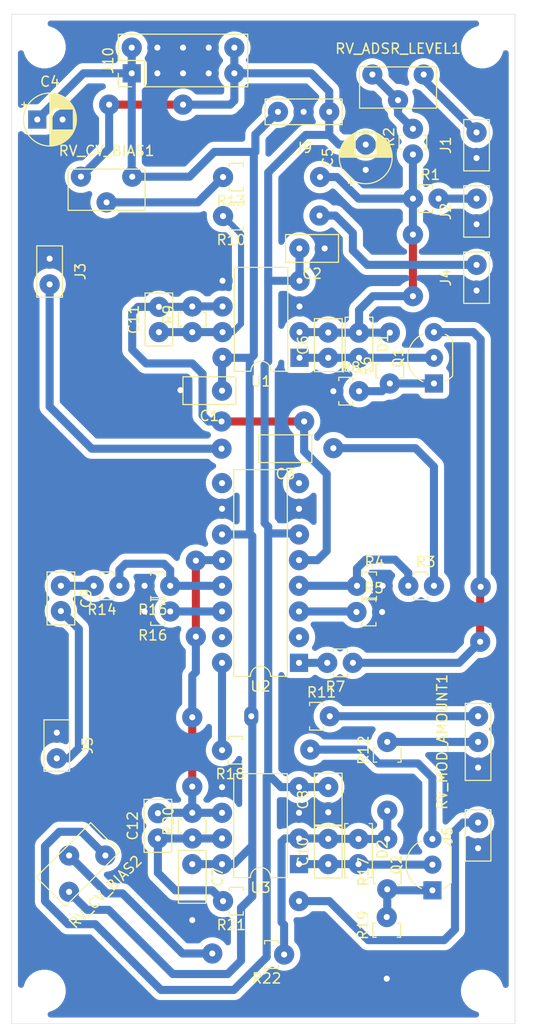
<source format=kicad_pcb>
(kicad_pcb (version 20171130) (host pcbnew "(5.1.7-0-10_14)")
  (layers (0 F.Cu signal) (31 B.Cu signal) (34 B.Paste user) (35 F.Paste user) (36 B.SilkS user) (37 F.SilkS user hide) (38 B.Mask user) (39 F.Mask user) (44 Edge.Cuts user))
  (net 0 "")
  (net 1 GND)
  (net 2 +12V)
  (net 3 -12V)
  (net 4 "Net-(C3-Pad1)")
  (net 5 "Net-(C3-Pad2)")
  (net 6 "Net-(C6-Pad2)")
  (net 7 "Net-(C6-Pad1)")
  (net 8 "Net-(C9-Pad1)")
  (net 9 "Net-(C9-Pad2)")
  (net 10 "Net-(C10-Pad2)")
  (net 11 "Net-(C10-Pad1)")
  (net 12 "Net-(C11-Pad2)")
  (net 13 "Net-(C11-Pad1)")
  (net 14 "Net-(C12-Pad1)")
  (net 15 "Net-(C12-Pad2)")
  (net 16 "Net-(J1-Pad1)")
  (net 17 "Net-(J2-Pad1)")
  (net 18 "Net-(J4-Pad1)")
  (net 19 "Net-(J6-Pad1)")
  (net 20 "Net-(Q1-Pad1)")
  (net 21 "Net-(Q1-Pad3)")
  (net 22 "Net-(Q2-Pad3)")
  (net 23 "Net-(Q2-Pad1)")
  (net 24 "Net-(R2-Pad2)")
  (net 25 "Net-(R3-Pad1)")
  (net 26 "Net-(R5-Pad1)")
  (net 27 "Net-(R7-Pad2)")
  (net 28 "Net-(R11-Pad2)")
  (net 29 "Net-(R12-Pad2)")
  (net 30 "Net-(R13-Pad2)")
  (net 31 "Net-(R14-Pad1)")
  (net 32 "Net-(R16-Pad1)")
  (net 33 "Net-(R18-Pad2)")
  (net 34 "Net-(U2-Pad8)")
  (net 35 "Net-(U2-Pad15)")
  (net 36 "Net-(U2-Pad2)")
  (net 37 "Net-(U2-Pad9)")
  (net 38 "Net-(R22-Pad2)")
  (module MountingHole:MountingHole_3mm (layer F.Cu) (at 154.6352 138.2776)
    (fp_text reference REF** hide)
    (fp_text value MountingHole_3mm hide)
    (pad 1 np_thru_hole circle (at 0 0) (size 3 3) (drill 3) (layers *.Cu *.Mask))
  )
  (module MountingHole:MountingHole_3mm (layer F.Cu) (at 111.3028 138.2776)
    (fp_text reference REF** hide)
    (fp_text value MountingHole_3mm hide)
    (pad 1 np_thru_hole circle (at 0 0) (size 3 3) (drill 3) (layers *.Cu *.Mask))
  )
  (module MountingHole:MountingHole_3mm (layer F.Cu) (at 154.6352 44.9072)
    (fp_text reference REF** hide)
    (fp_text value MountingHole_3mm hide)
    (pad 1 np_thru_hole circle (at 0 0) (size 3 3) (drill 3) (layers *.Cu *.Mask))
  )
  (module MountingHole:MountingHole_3mm (layer F.Cu) (at 111.3028 44.9072)
    (fp_text reference REF** hide)
    (fp_text value MountingHole_3mm hide)
    (pad 1 np_thru_hole circle (at 0 0) (size 3 3) (drill 3) (layers *.Cu *.Mask))
  )
  (module Zimo_Manual_PCB:C_Disc_D5.0mm_W2.5mm_P2.50mm (layer F.Cu) (at 128.8796 78.8924 180)
    (fp_text reference C1 (at 1.25 -2.5) (layer F.SilkS))
    (fp_text value 100n)
    (pad 2 thru_hole circle (at 4.1148 0.0508 180) (size 2 2) (drill 0.6) (layers *.Cu *.Mask) (net 1 GND))
    (pad 1 thru_hole circle (at 0 0 180) (size 2 2) (drill 0.6) (layers *.Cu *.Mask) (net 2 +12V))
  )
  (module Zimo_Manual_PCB:C_Disc_D5.0mm_W2.5mm_P2.50mm (layer F.Cu) (at 139.0396 64.8208 180)
    (fp_text reference C2 (at 1.25 -2.5) (layer F.SilkS))
    (fp_text value 100n)
    (pad 1 thru_hole circle (at 0 0 180) (size 2 2) (drill 0.6) (layers *.Cu *.Mask) (net 1 GND))
    (pad 2 thru_hole circle (at 2.5 0 180) (size 2 2) (drill 0.6) (layers *.Cu *.Mask) (net 3 -12V))
  )
  (module Zimo_Manual_PCB:C_Disc_D5.0mm_W2.5mm_P2.50mm (layer F.Cu) (at 136.398 84.6328 180)
    (fp_text reference C3 (at 1.25 -2.5) (layer F.SilkS))
    (fp_text value 470n)
    (pad 1 thru_hole circle (at -3.5052 0.0508 180) (size 2 2) (drill 0.6) (layers *.Cu *.Mask) (net 4 "Net-(C3-Pad1)"))
    (pad 2 thru_hole circle (at 7.5692 0 180) (size 2 2) (drill 0.6) (layers *.Cu *.Mask) (net 5 "Net-(C3-Pad2)"))
  )
  (module Zimo_Manual_PCB:CP_Radial_D5.0mm_P2.50mm (layer F.Cu) (at 110.5916 52.07)
    (fp_text reference C4 (at 1.25 -3.75) (layer F.SilkS))
    (fp_text value 10u)
    (pad 1 thru_hole rect (at 0 0) (size 1.8 1.8) (drill 0.6) (layers *.Cu *.Mask) (net 2 +12V))
    (pad 2 thru_hole circle (at 2.5 0) (size 2 2) (drill 0.6) (layers *.Cu *.Mask) (net 1 GND))
  )
  (module Zimo_Manual_PCB:CP_Radial_D5.0mm_P2.50mm (layer F.Cu) (at 143.1036 57.0484 90)
    (fp_text reference C5 (at 1.25 -3.75 90) (layer F.SilkS))
    (fp_text value 10u)
    (pad 2 thru_hole circle (at 2.5 0 90) (size 2 2) (drill 0.6) (layers *.Cu *.Mask) (net 3 -12V))
    (pad 1 thru_hole rect (at 0 0 90) (size 1.8 1.8) (drill 0.6) (layers *.Cu *.Mask) (net 1 GND))
  )
  (module Zimo_Manual_PCB:C_Disc_D5.0mm_W2.5mm_P2.50mm (layer F.Cu) (at 139.3952 75.6412 90)
    (fp_text reference C6 (at 1.25 -2.5 90) (layer F.SilkS))
    (fp_text value 1n)
    (pad 2 thru_hole circle (at 2.5 0 90) (size 2 2) (drill 0.6) (layers *.Cu *.Mask) (net 6 "Net-(C6-Pad2)"))
    (pad 1 thru_hole circle (at 0 0 90) (size 2 2) (drill 0.6) (layers *.Cu *.Mask) (net 7 "Net-(C6-Pad1)"))
  )
  (module Zimo_Manual_PCB:C_Disc_D5.0mm_W2.5mm_P2.50mm (layer F.Cu) (at 125.9332 125.73 270)
    (fp_text reference C7 (at 1.25 -2.5 90) (layer F.SilkS))
    (fp_text value 100n)
    (pad 2 thru_hole circle (at 5.5372 0 270) (size 2 2) (drill 0.6) (layers *.Cu *.Mask) (net 1 GND))
    (pad 1 thru_hole circle (at 0 0 270) (size 2 2) (drill 0.6) (layers *.Cu *.Mask) (net 2 +12V))
  )
  (module Zimo_Manual_PCB:C_Disc_D5.0mm_W2.5mm_P2.50mm (layer F.Cu) (at 139.3952 120.5992 90)
    (fp_text reference C8 (at 1.25 -2.5 90) (layer F.SilkS))
    (fp_text value 100n)
    (pad 1 thru_hole circle (at 0 0 90) (size 2 2) (drill 0.6) (layers *.Cu *.Mask) (net 1 GND))
    (pad 2 thru_hole circle (at 2.5 0 90) (size 2 2) (drill 0.6) (layers *.Cu *.Mask) (net 3 -12V))
  )
  (module Zimo_Manual_PCB:C_Disc_D5.0mm_W2.5mm_P2.50mm (layer F.Cu) (at 112.9284 98.1964 270)
    (fp_text reference C9 (at 1.25 -2.5 90) (layer F.SilkS))
    (fp_text value 470n)
    (pad 1 thru_hole circle (at 0 0 270) (size 2 2) (drill 0.6) (layers *.Cu *.Mask) (net 8 "Net-(C9-Pad1)"))
    (pad 2 thru_hole circle (at 2.5 0 270) (size 2 2) (drill 0.6) (layers *.Cu *.Mask) (net 9 "Net-(C9-Pad2)"))
  )
  (module Zimo_Manual_PCB:C_Disc_D5.0mm_W2.5mm_P2.50mm (layer F.Cu) (at 139.3952 125.73 90)
    (fp_text reference C10 (at 1.25 -2.5 90) (layer F.SilkS))
    (fp_text value 1n)
    (pad 2 thru_hole circle (at 2.5 0 90) (size 2 2) (drill 0.6) (layers *.Cu *.Mask) (net 10 "Net-(C10-Pad2)"))
    (pad 1 thru_hole circle (at 0 0 90) (size 2 2) (drill 0.6) (layers *.Cu *.Mask) (net 11 "Net-(C10-Pad1)"))
  )
  (module Zimo_Manual_PCB:C_Disc_D5.0mm_W2.5mm_P2.50mm (layer F.Cu) (at 122.6312 73.1012 90)
    (fp_text reference C11 (at 1.25 -2.5 90) (layer F.SilkS))
    (fp_text value 47p)
    (pad 2 thru_hole circle (at 2.5 0 90) (size 2 2) (drill 0.6) (layers *.Cu *.Mask) (net 12 "Net-(C11-Pad2)"))
    (pad 1 thru_hole circle (at 0 0 90) (size 2 2) (drill 0.6) (layers *.Cu *.Mask) (net 13 "Net-(C11-Pad1)"))
  )
  (module Zimo_Manual_PCB:C_Disc_D5.0mm_W2.5mm_P2.50mm (layer F.Cu) (at 122.5296 123.19 90)
    (fp_text reference C12 (at 1.25 -2.5 90) (layer F.SilkS))
    (fp_text value 47p)
    (pad 1 thru_hole circle (at 0 0 90) (size 2 2) (drill 0.6) (layers *.Cu *.Mask) (net 14 "Net-(C12-Pad1)"))
    (pad 2 thru_hole circle (at 2.5 0 90) (size 2 2) (drill 0.6) (layers *.Cu *.Mask) (net 15 "Net-(C12-Pad2)"))
  )
  (module Zimo_Manual_PCB:D_Axial-Vertical (layer F.Cu) (at 142.4432 73.152 270)
    (fp_text reference D1 (at 1.016 -2.37 90) (layer F.SilkS))
    (fp_text value 1N4148)
    (pad 1 thru_hole circle (at 0 0 270) (size 2 2) (drill 0.6) (layers *.Cu *.Mask) (net 6 "Net-(C6-Pad2)"))
    (pad 2 thru_hole oval (at 2.4892 0 270) (size 2 2) (drill 0.6) (layers *.Cu *.Mask) (net 7 "Net-(C6-Pad1)"))
  )
  (module Zimo_Manual_PCB:D_Axial-Vertical (layer F.Cu) (at 142.3924 123.2408 270)
    (fp_text reference D2 (at 1.016 -2.37 90) (layer F.SilkS))
    (fp_text value 1N4148)
    (pad 2 thru_hole oval (at 2.4892 0 270) (size 2 2) (drill 0.6) (layers *.Cu *.Mask) (net 11 "Net-(C10-Pad1)"))
    (pad 1 thru_hole circle (at 0 0 270) (size 2 2) (drill 0.6) (layers *.Cu *.Mask) (net 10 "Net-(C10-Pad2)"))
  )
  (module Zimo_Manual_PCB:NSL25_01x02_Vertical (layer F.Cu) (at 154.0764 53.34 270)
    (fp_text reference J1 (at 1.27 3.048 90) (layer F.SilkS))
    (fp_text value ADSR_CV)
    (pad 2 thru_hole circle (at 2.54 0 270) (size 2 2) (drill 0.6) (layers *.Cu *.Mask) (net 1 GND))
    (pad 1 thru_hole circle (at 0 0 270) (size 2 2) (drill 0.6) (layers *.Cu *.Mask) (net 16 "Net-(J1-Pad1)"))
  )
  (module Zimo_Manual_PCB:NSL25_01x02_Vertical (layer F.Cu) (at 154.0764 59.8932 270)
    (fp_text reference J2 (at 1.27 3.048 90) (layer F.SilkS))
    (fp_text value MOD_MATRIX_CV)
    (pad 1 thru_hole circle (at 0 0 270) (size 2 2) (drill 0.6) (layers *.Cu *.Mask) (net 17 "Net-(J2-Pad1)"))
    (pad 2 thru_hole circle (at 2.54 0 270) (size 2 2) (drill 0.6) (layers *.Cu *.Mask) (net 1 GND))
  )
  (module Zimo_Manual_PCB:NSL25_01x02_Vertical (layer F.Cu) (at 111.8108 68.3768 90)
    (fp_text reference J3 (at 1.27 3.048 90) (layer F.SilkS))
    (fp_text value INPUT)
    (pad 2 thru_hole circle (at 2.54 0 90) (size 2 2) (drill 0.6) (layers *.Cu *.Mask) (net 1 GND))
    (pad 1 thru_hole circle (at 0 0 90) (size 2 2) (drill 0.6) (layers *.Cu *.Mask) (net 5 "Net-(C3-Pad2)"))
  )
  (module Zimo_Manual_PCB:NSL25_01x02_Vertical (layer F.Cu) (at 154.0764 66.4464 270)
    (fp_text reference J4 (at 1.27 3.048 90) (layer F.SilkS))
    (fp_text value OUTPUT)
    (pad 1 thru_hole circle (at 0 0 270) (size 2 2) (drill 0.6) (layers *.Cu *.Mask) (net 18 "Net-(J4-Pad1)"))
    (pad 2 thru_hole circle (at 2.54 0 270) (size 2 2) (drill 0.6) (layers *.Cu *.Mask) (net 1 GND))
  )
  (module Zimo_Manual_PCB:NSL25_01x02_Vertical (layer F.Cu) (at 112.522 115.2652 90)
    (fp_text reference J5 (at 1.27 3.048 90) (layer F.SilkS))
    (fp_text value INPUT)
    (pad 1 thru_hole circle (at 0 0 90) (size 2 2) (drill 0.6) (layers *.Cu *.Mask) (net 9 "Net-(C9-Pad2)"))
    (pad 2 thru_hole circle (at 2.54 0 90) (size 2 2) (drill 0.6) (layers *.Cu *.Mask) (net 1 GND))
  )
  (module Zimo_Manual_PCB:NSL25_01x02_Vertical (layer F.Cu) (at 154.2288 121.6152 270)
    (fp_text reference J6 (at 1.27 3.048 90) (layer F.SilkS))
    (fp_text value OUTPUT)
    (pad 2 thru_hole circle (at 2.54 0 270) (size 2 2) (drill 0.6) (layers *.Cu *.Mask) (net 1 GND))
    (pad 1 thru_hole circle (at 0 0 270) (size 2 2) (drill 0.6) (layers *.Cu *.Mask) (net 19 "Net-(J6-Pad1)"))
  )
  (module Zimo_Manual_PCB:NSL25_01x03_Vertical (layer F.Cu) (at 134.4168 51.308)
    (fp_text reference J9 (at 2.54 3.556) (layer F.SilkS))
    (fp_text value "Custom Power")
    (pad 1 thru_hole circle (at 0 0) (size 2 2) (drill 0.6) (layers *.Cu *.Mask) (net 2 +12V))
    (pad 2 thru_hole circle (at 2.54 0) (size 2 2) (drill 0.6) (layers *.Cu *.Mask) (net 1 GND))
    (pad 3 thru_hole circle (at 5.08 0) (size 2 2) (drill 0.6) (layers *.Cu *.Mask) (net 3 -12V))
  )
  (module Zimo_Manual_PCB:Eurorack_Power_Supply (layer F.Cu) (at 119.9388 47.498 90)
    (fp_text reference J10 (at 1.27 -2.33 90) (layer F.SilkS))
    (fp_text value "Eurorack Power")
    (pad 10 thru_hole oval (at 2.54 10.16 90) (size 2 2) (drill 0.6) (layers *.Cu *.Mask) (net 3 -12V))
    (pad 9 thru_hole oval (at 0 10.16 90) (size 2 2) (drill 0.6) (layers *.Cu *.Mask) (net 3 -12V))
    (pad 8 thru_hole oval (at 2.54 7.62 90) (size 2 2) (drill 0.6) (layers *.Cu *.Mask) (net 1 GND))
    (pad 7 thru_hole oval (at 0 7.62 90) (size 2 2) (drill 0.6) (layers *.Cu *.Mask) (net 1 GND))
    (pad 6 thru_hole oval (at 2.54 5.08 90) (size 2 2) (drill 0.6) (layers *.Cu *.Mask) (net 1 GND))
    (pad 5 thru_hole oval (at 0 5.08 90) (size 2 2) (drill 0.6) (layers *.Cu *.Mask) (net 1 GND))
    (pad 4 thru_hole oval (at 2.54 2.54 90) (size 2 2) (drill 0.6) (layers *.Cu *.Mask) (net 1 GND))
    (pad 3 thru_hole oval (at 0 2.54 90) (size 2 2) (drill 0.6) (layers *.Cu *.Mask) (net 1 GND))
    (pad 2 thru_hole oval (at 2.54 0 90) (size 2 2) (drill 0.6) (layers *.Cu *.Mask) (net 2 +12V))
    (pad 1 thru_hole rect (at 0 0 90) (size 1.8 1.8) (drill 0.6) (layers *.Cu *.Mask) (net 2 +12V))
  )
  (module Zimo_Manual_PCB:R_Axial_Vertical (layer F.Cu) (at 147.7772 59.8932)
    (fp_text reference R1 (at 1.7272 -2.3622) (layer F.SilkS))
    (fp_text value 240k)
    (pad 1 thru_hole circle (at 0 0) (size 2 2) (drill 0.6) (layers *.Cu *.Mask) (net 6 "Net-(C6-Pad2)"))
    (pad 2 thru_hole oval (at 2.54 0) (size 2 2) (drill 0.6) (layers *.Cu *.Mask) (net 17 "Net-(J2-Pad1)"))
  )
  (module Zimo_Manual_PCB:R_Axial_Vertical (layer F.Cu) (at 147.7772 55.5244 90)
    (fp_text reference R2 (at 1.7272 -2.3622 90) (layer F.SilkS))
    (fp_text value 330k)
    (pad 2 thru_hole oval (at 2.54 0 90) (size 2 2) (drill 0.6) (layers *.Cu *.Mask) (net 24 "Net-(R2-Pad2)"))
    (pad 1 thru_hole circle (at 0 0 90) (size 2 2) (drill 0.6) (layers *.Cu *.Mask) (net 6 "Net-(C6-Pad2)"))
  )
  (module Zimo_Manual_PCB:R_Axial_Vertical (layer F.Cu) (at 147.32 98.1964)
    (fp_text reference R3 (at 1.7272 -2.3622) (layer F.SilkS))
    (fp_text value 100k)
    (pad 2 thru_hole oval (at 2.54 0) (size 2 2) (drill 0.6) (layers *.Cu *.Mask) (net 4 "Net-(C3-Pad1)"))
    (pad 1 thru_hole circle (at 0 0) (size 2 2) (drill 0.6) (layers *.Cu *.Mask) (net 25 "Net-(R3-Pad1)"))
  )
  (module Zimo_Manual_PCB:R_Axial_Vertical (layer F.Cu) (at 142.24 98.1964)
    (fp_text reference R4 (at 1.7272 -2.3622) (layer F.SilkS))
    (fp_text value 620)
    (pad 1 thru_hole circle (at 0 0) (size 2 2) (drill 0.6) (layers *.Cu *.Mask) (net 25 "Net-(R3-Pad1)"))
    (pad 2 thru_hole oval (at 2.54 0) (size 2 2) (drill 0.6) (layers *.Cu *.Mask) (net 1 GND))
  )
  (module Zimo_Manual_PCB:R_Axial_Vertical (layer F.Cu) (at 142.1892 100.7872)
    (fp_text reference R5 (at 1.7272 -2.3622) (layer F.SilkS))
    (fp_text value 620)
    (pad 2 thru_hole oval (at 2.54 0) (size 2 2) (drill 0.6) (layers *.Cu *.Mask) (net 1 GND))
    (pad 1 thru_hole circle (at 0 0) (size 2 2) (drill 0.6) (layers *.Cu *.Mask) (net 26 "Net-(R5-Pad1)"))
  )
  (module Zimo_Manual_PCB:R_Axial_Vertical (layer F.Cu) (at 145.4912 78.1812 90)
    (fp_text reference R6 (at 1.7272 -2.3622 90) (layer F.SilkS))
    (fp_text value 33k)
    (pad 2 thru_hole oval (at 5.0292 0 90) (size 2 2) (drill 0.6) (layers *.Cu *.Mask) (net 6 "Net-(C6-Pad2)"))
    (pad 1 thru_hole circle (at 0 0 90) (size 2 2) (drill 0.6) (layers *.Cu *.Mask) (net 20 "Net-(Q1-Pad1)"))
  )
  (module Zimo_Manual_PCB:R_Axial_Vertical (layer F.Cu) (at 141.8336 105.8164 180)
    (fp_text reference R7 (at 1.7272 -2.3622) (layer F.SilkS))
    (fp_text value 6.8k)
    (pad 2 thru_hole oval (at 2.54 0 180) (size 2 2) (drill 0.6) (layers *.Cu *.Mask) (net 27 "Net-(R7-Pad2)"))
    (pad 1 thru_hole circle (at 0 0 180) (size 2 2) (drill 0.6) (layers *.Cu *.Mask) (net 21 "Net-(Q1-Pad3)"))
  )
  (module Zimo_Manual_PCB:R_Axial_Vertical (layer F.Cu) (at 139.9032 78.9432)
    (fp_text reference R8 (at 1.7272 -2.3622) (layer F.SilkS))
    (fp_text value 1k)
    (pad 1 thru_hole circle (at 0 0) (size 2 2) (drill 0.6) (layers *.Cu *.Mask) (net 1 GND))
    (pad 2 thru_hole oval (at 2.54 0) (size 2 2) (drill 0.6) (layers *.Cu *.Mask) (net 20 "Net-(Q1-Pad1)"))
  )
  (module Zimo_Manual_PCB:R_Axial_Vertical (layer F.Cu) (at 125.9332 73.1012 90)
    (fp_text reference R9 (at 1.7272 -2.3622 90) (layer F.SilkS))
    (fp_text value 33k)
    (pad 1 thru_hole circle (at 0 0 90) (size 2 2) (drill 0.6) (layers *.Cu *.Mask) (net 13 "Net-(C11-Pad1)"))
    (pad 2 thru_hole oval (at 2.54 0 90) (size 2 2) (drill 0.6) (layers *.Cu *.Mask) (net 12 "Net-(C11-Pad2)"))
  )
  (module Zimo_Manual_PCB:R_Axial_Vertical (layer F.Cu) (at 131.5212 61.6204 180)
    (fp_text reference R10 (at 1.7272 -2.3622) (layer F.SilkS))
    (fp_text value 1k)
    (pad 2 thru_hole oval (at 2.54 0 180) (size 2 2) (drill 0.6) (layers *.Cu *.Mask) (net 13 "Net-(C11-Pad1)"))
    (pad 1 thru_hole circle (at -7.0104 0.0508 180) (size 2 2) (drill 0.6) (layers *.Cu *.Mask) (net 18 "Net-(J4-Pad1)"))
  )
  (module Zimo_Manual_PCB:R_Axial_Vertical (layer F.Cu) (at 137.0076 111.0996)
    (fp_text reference R11 (at 1.7272 -2.3622) (layer F.SilkS))
    (fp_text value 15k)
    (pad 2 thru_hole oval (at 2.54 0) (size 2 2) (drill 0.6) (layers *.Cu *.Mask) (net 28 "Net-(R11-Pad2)"))
    (pad 1 thru_hole oval (at -5.2324 0) (size 1.4 2) (drill 0.6) (layers *.Cu *.Mask) (net 2 +12V))
  )
  (module Zimo_Manual_PCB:R_Axial_Vertical (layer F.Cu) (at 145.2372 116.1796 90)
    (fp_text reference R12 (at 1.7272 -2.3622 90) (layer F.SilkS))
    (fp_text value 240k)
    (pad 1 thru_hole circle (at -4.2672 0 90) (size 2 2) (drill 0.6) (layers *.Cu *.Mask) (net 10 "Net-(C10-Pad2)"))
    (pad 2 thru_hole oval (at 2.54 0 90) (size 2 2) (drill 0.6) (layers *.Cu *.Mask) (net 29 "Net-(R12-Pad2)"))
  )
  (module Zimo_Manual_PCB:R_Axial_Vertical (layer F.Cu) (at 131.5212 57.7596 180)
    (fp_text reference R13 (at 1.7272 -2.3622) (layer F.SilkS))
    (fp_text value 680k)
    (pad 1 thru_hole circle (at -7.0612 0 180) (size 2 2) (drill 0.6) (layers *.Cu *.Mask) (net 6 "Net-(C6-Pad2)"))
    (pad 2 thru_hole oval (at 2.54 0 180) (size 2 2) (drill 0.6) (layers *.Cu *.Mask) (net 30 "Net-(R13-Pad2)"))
  )
  (module Zimo_Manual_PCB:R_Axial_Vertical (layer F.Cu) (at 118.7196 98.1964 180)
    (fp_text reference R14 (at 1.7272 -2.3622) (layer F.SilkS))
    (fp_text value 100k)
    (pad 1 thru_hole circle (at 0 0 180) (size 2 2) (drill 0.6) (layers *.Cu *.Mask) (net 31 "Net-(R14-Pad1)"))
    (pad 2 thru_hole oval (at 2.54 0 180) (size 2 2) (drill 0.6) (layers *.Cu *.Mask) (net 8 "Net-(C9-Pad1)"))
  )
  (module Zimo_Manual_PCB:R_Axial_Vertical (layer F.Cu) (at 123.7488 98.1964 180)
    (fp_text reference R15 (at 1.7272 -2.3622) (layer F.SilkS))
    (fp_text value 620)
    (pad 2 thru_hole oval (at 2.54 0 180) (size 2 2) (drill 0.6) (layers *.Cu *.Mask) (net 1 GND))
    (pad 1 thru_hole circle (at 0 0 180) (size 2 2) (drill 0.6) (layers *.Cu *.Mask) (net 31 "Net-(R14-Pad1)"))
  )
  (module Zimo_Manual_PCB:R_Axial_Vertical (layer F.Cu) (at 123.7488 100.7364 180)
    (fp_text reference R16 (at 1.7272 -2.3622) (layer F.SilkS))
    (fp_text value 620)
    (pad 1 thru_hole circle (at 0 0 180) (size 2 2) (drill 0.6) (layers *.Cu *.Mask) (net 32 "Net-(R16-Pad1)"))
    (pad 2 thru_hole oval (at 2.54 0 180) (size 2 2) (drill 0.6) (layers *.Cu *.Mask) (net 1 GND))
  )
  (module Zimo_Manual_PCB:R_Axial_Vertical (layer F.Cu) (at 145.2372 128.2192 90)
    (fp_text reference R17 (at 1.7272 -2.3622 90) (layer F.SilkS))
    (fp_text value 33k)
    (pad 2 thru_hole oval (at 4.9784 0 90) (size 2 2) (drill 0.6) (layers *.Cu *.Mask) (net 10 "Net-(C10-Pad2)"))
    (pad 1 thru_hole circle (at 0 0 90) (size 2 2) (drill 0.6) (layers *.Cu *.Mask) (net 23 "Net-(Q2-Pad1)"))
  )
  (module Zimo_Manual_PCB:R_Axial_Vertical (layer F.Cu) (at 131.4196 114.4524 180)
    (fp_text reference R18 (at 1.7272 -2.3622) (layer F.SilkS))
    (fp_text value 6.8k)
    (pad 2 thru_hole oval (at 2.54 0 180) (size 2 2) (drill 0.6) (layers *.Cu *.Mask) (net 33 "Net-(R18-Pad2)"))
    (pad 1 thru_hole circle (at -6.1976 0.0508 180) (size 2 2) (drill 0.6) (layers *.Cu *.Mask) (net 22 "Net-(Q2-Pad3)"))
  )
  (module Zimo_Manual_PCB:R_Axial_Vertical (layer F.Cu) (at 145.1864 133.5024 90)
    (fp_text reference R19 (at 1.7272 -2.3622 90) (layer F.SilkS))
    (fp_text value 1k)
    (pad 1 thru_hole circle (at -3.556 0 90) (size 2 2) (drill 0.6) (layers *.Cu *.Mask) (net 1 GND))
    (pad 2 thru_hole oval (at 2.54 0 90) (size 2 2) (drill 0.6) (layers *.Cu *.Mask) (net 23 "Net-(Q2-Pad1)"))
  )
  (module Zimo_Manual_PCB:R_Axial_Vertical (layer F.Cu) (at 125.9332 123.19 90)
    (fp_text reference R20 (at 1.7272 -2.3622 90) (layer F.SilkS))
    (fp_text value 33k)
    (pad 2 thru_hole oval (at 2.54 0 90) (size 2 2) (drill 0.6) (layers *.Cu *.Mask) (net 15 "Net-(C12-Pad2)"))
    (pad 1 thru_hole circle (at 0 0 90) (size 2 2) (drill 0.6) (layers *.Cu *.Mask) (net 14 "Net-(C12-Pad1)"))
  )
  (module Zimo_Manual_PCB:R_Axial_Vertical (layer F.Cu) (at 131.5212 129.3876 180)
    (fp_text reference R21 (at 1.7272 -2.3622) (layer F.SilkS))
    (fp_text value 1k)
    (pad 1 thru_hole circle (at -4.9784 0 180) (size 2 2) (drill 0.6) (layers *.Cu *.Mask) (net 19 "Net-(J6-Pad1)"))
    (pad 2 thru_hole oval (at 2.54 0 180) (size 2 2) (drill 0.6) (layers *.Cu *.Mask) (net 14 "Net-(C12-Pad1)"))
  )
  (module Zimo_Manual_PCB:TrimPot_Vertical (layer F.Cu) (at 148.844 48.6156 180)
    (fp_text reference RV_ADSR_LEVEL1 (at 2.54 3.556) (layer F.SilkS))
    (fp_text value 100k)
    (pad 3 thru_hole circle (at 5.08 1 180) (size 2 2) (drill 0.6) (layers *.Cu *.Mask) (net 24 "Net-(R2-Pad2)"))
    (pad 2 thru_hole circle (at 2.54 -1.54 180) (size 2 2) (drill 0.6) (layers *.Cu *.Mask) (net 24 "Net-(R2-Pad2)"))
    (pad 1 thru_hole circle (at 0 1 180) (size 2 2) (drill 0.6) (layers *.Cu *.Mask) (net 16 "Net-(J1-Pad1)"))
  )
  (module Zimo_Manual_PCB:TrimPot_Vertical (layer F.Cu) (at 119.9896 58.7248 180)
    (fp_text reference RV_CV_BIAS1 (at 2.54 3.556) (layer F.SilkS))
    (fp_text value 10k)
    (pad 1 thru_hole circle (at 0 1 180) (size 2 2) (drill 0.6) (layers *.Cu *.Mask) (net 2 +12V))
    (pad 2 thru_hole circle (at 2.54 -1.54 180) (size 2 2) (drill 0.6) (layers *.Cu *.Mask) (net 30 "Net-(R13-Pad2)"))
    (pad 3 thru_hole circle (at 5.08 1 180) (size 2 2) (drill 0.6) (layers *.Cu *.Mask) (net 3 -12V))
  )
  (module Zimo_Manual_PCB:DIP-8_W7.62mm (layer F.Cu) (at 136.5504 75.6412 180)
    (fp_text reference U1 (at 3.81 -2.33) (layer F.SilkS))
    (fp_text value TL072)
    (pad 1 thru_hole rect (at 0 0 180) (size 1.8 1.8) (drill 0.6) (layers *.Cu *.Mask) (net 7 "Net-(C6-Pad1)"))
    (pad 5 thru_hole oval (at 7.62 7.62 180) (size 2 2) (drill 0.6) (layers *.Cu *.Mask) (net 1 GND))
    (pad 2 thru_hole oval (at 0 2.54 180) (size 2 2) (drill 0.6) (layers *.Cu *.Mask) (net 6 "Net-(C6-Pad2)"))
    (pad 6 thru_hole oval (at 7.62 5.08 180) (size 2 2) (drill 0.6) (layers *.Cu *.Mask) (net 12 "Net-(C11-Pad2)"))
    (pad 3 thru_hole oval (at 0 5.08 180) (size 2 2) (drill 0.6) (layers *.Cu *.Mask) (net 1 GND))
    (pad 7 thru_hole oval (at 7.62 2.54 180) (size 2 2) (drill 0.6) (layers *.Cu *.Mask) (net 13 "Net-(C11-Pad1)"))
    (pad 4 thru_hole oval (at 0 7.62 180) (size 2 2) (drill 0.6) (layers *.Cu *.Mask) (net 3 -12V))
    (pad 8 thru_hole oval (at 7.62 0 180) (size 2 2) (drill 0.6) (layers *.Cu *.Mask) (net 2 +12V))
  )
  (module Zimo_Manual_PCB:DIP-16_W7.62mm (layer F.Cu) (at 136.4996 105.8164 180)
    (fp_text reference U2 (at 3.81 -2.33) (layer F.SilkS))
    (fp_text value LM13700)
    (pad 16 thru_hole oval (at 7.62 0 180) (size 2 2) (drill 0.6) (layers *.Cu *.Mask) (net 33 "Net-(R18-Pad2)"))
    (pad 8 thru_hole oval (at 0 17.78 180) (size 2 2) (drill 0.6) (layers *.Cu *.Mask) (net 34 "Net-(U2-Pad8)"))
    (pad 15 thru_hole oval (at 7.62 2.54 180) (size 2 2) (drill 0.6) (layers *.Cu *.Mask) (net 35 "Net-(U2-Pad15)"))
    (pad 7 thru_hole oval (at 0 15.24 180) (size 2 2) (drill 0.6) (layers *.Cu *.Mask) (net 1 GND))
    (pad 14 thru_hole oval (at 7.62 5.08 180) (size 2 2) (drill 0.6) (layers *.Cu *.Mask) (net 32 "Net-(R16-Pad1)"))
    (pad 6 thru_hole oval (at 0 12.7 180) (size 2 2) (drill 0.6) (layers *.Cu *.Mask) (net 3 -12V))
    (pad 13 thru_hole oval (at 7.62 7.62 180) (size 2 2) (drill 0.6) (layers *.Cu *.Mask) (net 31 "Net-(R14-Pad1)"))
    (pad 5 thru_hole oval (at 0 10.16 180) (size 2 2) (drill 0.6) (layers *.Cu *.Mask) (net 12 "Net-(C11-Pad2)"))
    (pad 12 thru_hole oval (at 7.62 10.16 180) (size 2 2) (drill 0.6) (layers *.Cu *.Mask) (net 15 "Net-(C12-Pad2)"))
    (pad 4 thru_hole oval (at 0 7.62 180) (size 2 2) (drill 0.6) (layers *.Cu *.Mask) (net 25 "Net-(R3-Pad1)"))
    (pad 11 thru_hole oval (at 7.62 12.7 180) (size 2 2) (drill 0.6) (layers *.Cu *.Mask) (net 2 +12V))
    (pad 3 thru_hole oval (at 0 5.08 180) (size 2 2) (drill 0.6) (layers *.Cu *.Mask) (net 26 "Net-(R5-Pad1)"))
    (pad 10 thru_hole oval (at 7.62 15.24 180) (size 2 2) (drill 0.6) (layers *.Cu *.Mask) (net 1 GND))
    (pad 2 thru_hole oval (at 0 2.54 180) (size 2 2) (drill 0.6) (layers *.Cu *.Mask) (net 36 "Net-(U2-Pad2)"))
    (pad 9 thru_hole oval (at 7.62 17.78 180) (size 2 2) (drill 0.6) (layers *.Cu *.Mask) (net 37 "Net-(U2-Pad9)"))
    (pad 1 thru_hole rect (at 0 0 180) (size 1.8 1.8) (drill 0.6) (layers *.Cu *.Mask) (net 27 "Net-(R7-Pad2)"))
  )
  (module Zimo_Manual_PCB:DIP-8_W7.62mm (layer F.Cu) (at 136.4996 125.73 180)
    (fp_text reference U3 (at 3.81 -2.33) (layer F.SilkS))
    (fp_text value TL072)
    (pad 8 thru_hole oval (at 7.62 0 180) (size 2 2) (drill 0.6) (layers *.Cu *.Mask) (net 2 +12V))
    (pad 4 thru_hole oval (at 0 7.62 180) (size 2 2) (drill 0.6) (layers *.Cu *.Mask) (net 3 -12V))
    (pad 7 thru_hole oval (at 7.62 2.54 180) (size 2 2) (drill 0.6) (layers *.Cu *.Mask) (net 14 "Net-(C12-Pad1)"))
    (pad 3 thru_hole oval (at 0 5.08 180) (size 2 2) (drill 0.6) (layers *.Cu *.Mask) (net 1 GND))
    (pad 6 thru_hole oval (at 7.62 5.08 180) (size 2 2) (drill 0.6) (layers *.Cu *.Mask) (net 15 "Net-(C12-Pad2)"))
    (pad 2 thru_hole oval (at 0 2.54 180) (size 2 2) (drill 0.6) (layers *.Cu *.Mask) (net 10 "Net-(C10-Pad2)"))
    (pad 5 thru_hole oval (at 7.62 7.62 180) (size 2 2) (drill 0.6) (layers *.Cu *.Mask) (net 1 GND))
    (pad 1 thru_hole rect (at 0 0 180) (size 1.8 1.8) (drill 0.6) (layers *.Cu *.Mask) (net 11 "Net-(C10-Pad1)"))
  )
  (module Zimo_Manual_PCB:NSL25_01x03_Vertical (layer F.Cu) (at 154.2288 111.0996 270)
    (fp_text reference RV_MOD_AMOUNT1 (at 2.54 3.556 90) (layer F.SilkS))
    (fp_text value 10k)
    (pad 1 thru_hole circle (at 0 0 270) (size 2 2) (drill 0.6) (layers *.Cu *.Mask) (net 28 "Net-(R11-Pad2)"))
    (pad 2 thru_hole circle (at 2.54 0 270) (size 2 2) (drill 0.6) (layers *.Cu *.Mask) (net 29 "Net-(R12-Pad2)"))
    (pad 3 thru_hole circle (at 5.08 0 270) (size 2 2) (drill 0.6) (layers *.Cu *.Mask) (net 1 GND))
  )
  (module Zimo_Manual_PCB:TO-92_Inline_Wide (layer F.Cu) (at 149.86 78.1812 90)
    (fp_text reference Q1 (at 2.54 -3.56 90) (layer F.SilkS))
    (fp_text value 2N3906)
    (pad 2 thru_hole circle (at 2.54 0 90) (size 1.8 1.8) (drill 0.6) (layers *.Cu *.Mask) (net 7 "Net-(C6-Pad1)"))
    (pad 3 thru_hole circle (at 5.08 0 90) (size 1.8 1.8) (drill 0.6) (layers *.Cu *.Mask) (net 21 "Net-(Q1-Pad3)"))
    (pad 1 thru_hole rect (at 0 0 90) (size 1.8 1.8) (drill 0.6) (layers *.Cu *.Mask) (net 20 "Net-(Q1-Pad1)"))
  )
  (module Zimo_Manual_PCB:TO-92_Inline_Wide (layer F.Cu) (at 149.7076 128.3208 90)
    (fp_text reference Q2 (at 2.54 -3.56 90) (layer F.SilkS))
    (fp_text value 2N3906)
    (pad 1 thru_hole rect (at 0 0 90) (size 1.8 1.8) (drill 0.6) (layers *.Cu *.Mask) (net 23 "Net-(Q2-Pad1)"))
    (pad 3 thru_hole circle (at 5.08 0 90) (size 1.8 1.8) (drill 0.6) (layers *.Cu *.Mask) (net 22 "Net-(Q2-Pad3)"))
    (pad 2 thru_hole circle (at 2.54 0 90) (size 1.8 1.8) (drill 0.6) (layers *.Cu *.Mask) (net 11 "Net-(C10-Pad1)"))
  )
  (module Zimo_Manual_PCB:R_Axial_Vertical (layer F.Cu) (at 135.0264 134.6708 180)
    (fp_text reference R22 (at 1.7272 -2.3622) (layer F.SilkS))
    (fp_text value 680k)
    (pad 2 thru_hole oval (at 7.112 0.1016 180) (size 2 2) (drill 0.6) (layers *.Cu *.Mask) (net 38 "Net-(R22-Pad2)"))
    (pad 1 thru_hole circle (at 0 0 180) (size 2 2) (drill 0.6) (layers *.Cu *.Mask) (net 10 "Net-(C10-Pad2)"))
  )
  (module Zimo_Manual_PCB:TrimPot_Vertical (layer F.Cu) (at 113.03 127.762 45)
    (fp_text reference RV_CV_BIAS2 (at 2.54 3.556 45) (layer F.SilkS))
    (fp_text value 10k)
    (pad 1 thru_hole circle (at 0 1 45) (size 2 2) (drill 0.6) (layers *.Cu *.Mask) (net 2 +12V))
    (pad 2 thru_hole circle (at 2.54 -1.54 45) (size 2 2) (drill 0.6) (layers *.Cu *.Mask) (net 38 "Net-(R22-Pad2)"))
    (pad 3 thru_hole circle (at 5.08 1 45) (size 2 2) (drill 0.6) (layers *.Cu *.Mask) (net 3 -12V))
  )
  (gr_line (start 108.0516 141.5288) (end 108.0516 41.656) (layer Edge.Cuts) (width 0.05))
  (gr_line (start 157.8864 141.5288) (end 108.0516 141.5288) (layer Edge.Cuts) (width 0.05))
  (gr_line (start 157.8864 41.656) (end 157.8864 141.5288) (layer Edge.Cuts) (width 0.05))
  (gr_line (start 108.0516 41.656) (end 157.8864 41.656) (layer Edge.Cuts) (width 0.05))
  (segment (start 121.2088 98.1964) (end 121.2088 100.7364) (width 0.8) (layer B.Cu) (net 1))
  (segment (start 119.9388 47.498) (end 119.9388 44.958) (width 0.8) (layer B.Cu) (net 2))
  (segment (start 115.1636 47.498) (end 119.9388 47.498) (width 0.8) (layer B.Cu) (net 2))
  (segment (start 110.5916 52.07) (end 115.1636 47.498) (width 0.8) (layer B.Cu) (net 2))
  (segment (start 132.6896 53.0352) (end 134.4168 51.308) (width 0.8) (layer B.Cu) (net 2))
  (segment (start 132.7912 52.9336) (end 132.1816 53.5432) (width 0.8) (layer B.Cu) (net 2))
  (segment (start 119.9388 57.674) (end 119.9896 57.7248) (width 0.8) (layer B.Cu) (net 2))
  (segment (start 119.9388 47.498) (end 119.9388 57.674) (width 0.8) (layer B.Cu) (net 2))
  (segment (start 119.9896 57.7248) (end 125.6632 57.7248) (width 0.8) (layer B.Cu) (net 2))
  (segment (start 128.1176 55.2704) (end 132.1816 55.2704) (width 0.8) (layer B.Cu) (net 2))
  (segment (start 125.6632 57.7248) (end 128.1176 55.2704) (width 0.8) (layer B.Cu) (net 2))
  (segment (start 132.1816 53.5432) (end 132.1816 55.2704) (width 0.8) (layer B.Cu) (net 2))
  (segment (start 128.8796 75.692) (end 128.9304 75.6412) (width 0.8) (layer B.Cu) (net 2))
  (segment (start 128.8796 78.8924) (end 128.8796 75.692) (width 0.8) (layer B.Cu) (net 2))
  (segment (start 131.7244 75.6412) (end 128.9304 75.6412) (width 0.8) (layer B.Cu) (net 2))
  (segment (start 132.0292 75.3364) (end 131.7244 75.6412) (width 0.8) (layer B.Cu) (net 2))
  (segment (start 132.0292 55.4228) (end 132.0292 75.3364) (width 0.8) (layer B.Cu) (net 2))
  (segment (start 132.1816 55.2704) (end 132.0292 55.4228) (width 0.8) (layer B.Cu) (net 2))
  (segment (start 131.6228 75.7936) (end 131.6228 92.8624) (width 0.8) (layer B.Cu) (net 2))
  (segment (start 132.0292 75.3872) (end 131.6228 75.7936) (width 0.8) (layer B.Cu) (net 2))
  (segment (start 128.8796 93.1164) (end 131.7244 93.1164) (width 0.8) (layer B.Cu) (net 2))
  (segment (start 131.8768 123.9012) (end 130.048 125.73) (width 0.8) (layer B.Cu) (net 2))
  (segment (start 130.048 125.73) (end 128.8796 125.73) (width 0.8) (layer B.Cu) (net 2))
  (segment (start 131.8768 93.2688) (end 131.8768 123.9012) (width 0.8) (layer B.Cu) (net 2))
  (segment (start 131.6228 93.0148) (end 131.8768 93.2688) (width 0.8) (layer B.Cu) (net 2))
  (segment (start 128.8796 125.73) (end 125.9332 125.73) (width 0.8) (layer B.Cu) (net 2))
  (segment (start 131.8768 128.9304) (end 131.8768 123.9012) (width 0.8) (layer B.Cu) (net 2))
  (segment (start 130.7592 130.048) (end 131.8768 128.9304) (width 0.8) (layer B.Cu) (net 2))
  (segment (start 130.7592 135.2804) (end 130.7592 130.048) (width 0.8) (layer B.Cu) (net 2))
  (segment (start 124.0028 136.6012) (end 129.4384 136.6012) (width 0.8) (layer B.Cu) (net 2))
  (segment (start 113.737107 128.469107) (end 115.5192 130.2512) (width 0.8) (layer B.Cu) (net 2))
  (segment (start 129.4384 136.6012) (end 130.7592 135.2804) (width 0.8) (layer B.Cu) (net 2))
  (segment (start 117.6528 130.2512) (end 124.0028 136.6012) (width 0.8) (layer B.Cu) (net 2))
  (segment (start 115.5192 130.2512) (end 117.6528 130.2512) (width 0.8) (layer B.Cu) (net 2))
  (segment (start 130.0988 44.958) (end 130.0988 47.498) (width 0.8) (layer B.Cu) (net 3))
  (segment (start 130.0988 47.498) (end 137.7188 47.498) (width 0.8) (layer B.Cu) (net 3))
  (segment (start 139.4968 49.276) (end 137.7188 47.498) (width 0.8) (layer B.Cu) (net 3))
  (segment (start 139.4968 51.308) (end 139.4968 49.276) (width 0.8) (layer B.Cu) (net 3))
  (segment (start 139.4968 51.308) (end 139.4968 53.594) (width 0.8) (layer B.Cu) (net 3))
  (segment (start 140.4512 54.5484) (end 143.1036 54.5484) (width 0.8) (layer B.Cu) (net 3))
  (segment (start 139.4968 53.594) (end 140.4512 54.5484) (width 0.8) (layer B.Cu) (net 3))
  (segment (start 139.4968 53.594) (end 137.16 53.594) (width 0.8) (layer B.Cu) (net 3))
  (segment (start 137.16 53.594) (end 133.4516 57.3024) (width 0.8) (layer B.Cu) (net 3))
  (via (at 125.0188 50.5968) (size 2) (drill 0.6) (layers F.Cu B.Cu) (net 3))
  (via (at 117.7036 50.5968) (size 2) (drill 0.6) (layers F.Cu B.Cu) (net 3))
  (segment (start 117.7036 54.9308) (end 114.9096 57.7248) (width 0.8) (layer B.Cu) (net 3))
  (segment (start 117.7036 50.5968) (end 117.7036 54.9308) (width 0.8) (layer B.Cu) (net 3))
  (segment (start 129.6924 50.5968) (end 125.0188 50.5968) (width 0.8) (layer B.Cu) (net 3))
  (segment (start 130.0988 50.1904) (end 129.6924 50.5968) (width 0.8) (layer B.Cu) (net 3))
  (segment (start 130.0988 47.498) (end 130.0988 50.1904) (width 0.8) (layer B.Cu) (net 3))
  (segment (start 125.0188 50.5968) (end 117.7036 50.5968) (width 0.8) (layer F.Cu) (net 3))
  (segment (start 136.5504 68.0212) (end 133.7564 68.0212) (width 0.8) (layer B.Cu) (net 3))
  (segment (start 136.5504 64.8316) (end 136.5396 64.8208) (width 0.8) (layer B.Cu) (net 3))
  (segment (start 136.5504 68.0212) (end 136.5504 64.8316) (width 0.8) (layer B.Cu) (net 3))
  (segment (start 133.096 91.9988) (end 133.096 76.3524) (width 0.8) (layer B.Cu) (net 3))
  (segment (start 133.4516 92.3544) (end 133.096 91.9988) (width 0.8) (layer B.Cu) (net 3))
  (segment (start 133.4516 75.9968) (end 133.4516 67.4116) (width 0.8) (layer B.Cu) (net 3))
  (segment (start 136.4996 118.11) (end 134.7216 118.11) (width 0.8) (layer B.Cu) (net 3))
  (segment (start 133.4516 67.4116) (end 133.4516 68.326) (width 0.8) (layer B.Cu) (net 3))
  (segment (start 133.096 76.3524) (end 133.4516 75.9968) (width 0.8) (layer B.Cu) (net 3))
  (segment (start 134.7216 118.11) (end 133.4516 116.84) (width 0.8) (layer B.Cu) (net 3))
  (segment (start 133.4516 57.3024) (end 133.4516 67.4116) (width 0.8) (layer B.Cu) (net 3))
  (segment (start 136.398 93.0148) (end 136.4996 93.1164) (width 0.8) (layer B.Cu) (net 3))
  (segment (start 133.4516 93.0148) (end 136.398 93.0148) (width 0.8) (layer B.Cu) (net 3))
  (segment (start 133.4516 116.84) (end 133.4516 93.0148) (width 0.8) (layer B.Cu) (net 3))
  (segment (start 133.4516 93.0148) (end 133.4516 92.3544) (width 0.8) (layer B.Cu) (net 3))
  (segment (start 139.3844 118.11) (end 139.3952 118.0992) (width 0.8) (layer B.Cu) (net 3))
  (segment (start 136.4996 118.11) (end 139.3844 118.11) (width 0.8) (layer B.Cu) (net 3))
  (segment (start 114.981805 122.5296) (end 117.329209 124.877004) (width 0.8) (layer B.Cu) (net 3))
  (segment (start 111.3536 123.952) (end 112.776 122.5296) (width 0.8) (layer B.Cu) (net 3))
  (segment (start 111.3536 129.3876) (end 111.3536 123.952) (width 0.8) (layer B.Cu) (net 3))
  (segment (start 113.6396 131.6736) (end 111.3536 129.3876) (width 0.8) (layer B.Cu) (net 3))
  (segment (start 116.332 131.6736) (end 113.6396 131.6736) (width 0.8) (layer B.Cu) (net 3))
  (segment (start 122.8344 138.176) (end 116.332 131.6736) (width 0.8) (layer B.Cu) (net 3))
  (segment (start 133.2992 134.9248) (end 130.048 138.176) (width 0.8) (layer B.Cu) (net 3))
  (segment (start 112.776 122.5296) (end 114.981805 122.5296) (width 0.8) (layer B.Cu) (net 3))
  (segment (start 130.048 138.176) (end 122.8344 138.176) (width 0.8) (layer B.Cu) (net 3))
  (segment (start 133.2992 116.9924) (end 133.2992 134.9248) (width 0.8) (layer B.Cu) (net 3))
  (segment (start 133.4516 116.84) (end 133.2992 116.9924) (width 0.8) (layer B.Cu) (net 3))
  (segment (start 149.86 98.1964) (end 149.86 86.4108) (width 0.8) (layer B.Cu) (net 4))
  (segment (start 148.0312 84.582) (end 139.9032 84.582) (width 0.8) (layer B.Cu) (net 4))
  (segment (start 149.86 86.4108) (end 148.0312 84.582) (width 0.8) (layer B.Cu) (net 4))
  (segment (start 128.8288 84.6328) (end 115.9764 84.6328) (width 0.8) (layer B.Cu) (net 5))
  (segment (start 111.8108 80.4672) (end 111.8108 68.3768) (width 0.8) (layer B.Cu) (net 5))
  (segment (start 115.9764 84.6328) (end 111.8108 80.4672) (width 0.8) (layer B.Cu) (net 5))
  (segment (start 147.7772 55.5244) (end 147.7772 59.8932) (width 0.8) (layer B.Cu) (net 6))
  (segment (start 138.5824 57.7596) (end 140.2588 57.7596) (width 0.8) (layer B.Cu) (net 6))
  (segment (start 142.3924 59.8932) (end 147.7772 59.8932) (width 0.8) (layer B.Cu) (net 6))
  (segment (start 140.2588 57.7596) (end 142.3924 59.8932) (width 0.8) (layer B.Cu) (net 6))
  (segment (start 145.4912 73.152) (end 142.4432 73.152) (width 0.8) (layer B.Cu) (net 6))
  (segment (start 139.406 73.152) (end 139.3952 73.1412) (width 0.8) (layer B.Cu) (net 6))
  (segment (start 142.4432 73.152) (end 139.406 73.152) (width 0.8) (layer B.Cu) (net 6))
  (segment (start 139.3552 73.1012) (end 139.3952 73.1412) (width 0.8) (layer B.Cu) (net 6))
  (segment (start 136.5504 73.1012) (end 139.3552 73.1012) (width 0.8) (layer B.Cu) (net 6))
  (segment (start 142.4432 73.152) (end 142.4432 70.9168) (width 0.8) (layer B.Cu) (net 6))
  (segment (start 143.8148 69.5452) (end 147.7772 69.5452) (width 0.8) (layer B.Cu) (net 6))
  (via (at 147.7772 69.5452) (size 2) (drill 0.6) (layers F.Cu B.Cu) (net 6))
  (segment (start 142.4432 70.9168) (end 143.8148 69.5452) (width 0.8) (layer B.Cu) (net 6))
  (segment (start 147.7772 69.5452) (end 147.7772 63.4492) (width 0.8) (layer F.Cu) (net 6))
  (via (at 147.7772 63.4492) (size 2) (drill 0.6) (layers F.Cu B.Cu) (net 6))
  (segment (start 147.7772 63.4492) (end 147.7772 59.8932) (width 0.8) (layer B.Cu) (net 6))
  (segment (start 136.5504 75.6412) (end 139.3952 75.6412) (width 0.8) (layer B.Cu) (net 7))
  (segment (start 142.4432 75.6412) (end 139.3952 75.6412) (width 0.8) (layer B.Cu) (net 7))
  (segment (start 142.4432 75.6412) (end 149.86 75.6412) (width 0.8) (layer B.Cu) (net 7))
  (segment (start 112.9284 98.1964) (end 116.1796 98.1964) (width 0.8) (layer B.Cu) (net 8))
  (segment (start 112.522 115.2652) (end 113.6904 115.2652) (width 0.8) (layer B.Cu) (net 9))
  (segment (start 113.6904 115.2652) (end 114.7064 114.2492) (width 0.8) (layer B.Cu) (net 9))
  (segment (start 114.7064 102.4744) (end 112.9284 100.6964) (width 0.8) (layer B.Cu) (net 9))
  (segment (start 114.7064 114.2492) (end 114.7064 102.4744) (width 0.8) (layer B.Cu) (net 9))
  (segment (start 139.3552 123.19) (end 139.3952 123.23) (width 0.8) (layer B.Cu) (net 10))
  (segment (start 136.4996 123.19) (end 139.3552 123.19) (width 0.8) (layer B.Cu) (net 10))
  (segment (start 142.3816 123.23) (end 142.3924 123.2408) (width 0.8) (layer B.Cu) (net 10))
  (segment (start 139.3952 123.23) (end 142.3816 123.23) (width 0.8) (layer B.Cu) (net 10))
  (segment (start 142.3924 123.2408) (end 145.2372 123.2408) (width 0.8) (layer B.Cu) (net 10))
  (segment (start 145.2372 123.2408) (end 145.2372 120.4468) (width 0.8) (layer B.Cu) (net 10))
  (segment (start 135.085387 123.19) (end 136.4996 123.19) (width 0.8) (layer B.Cu) (net 10))
  (segment (start 134.7724 123.502987) (end 135.085387 123.19) (width 0.8) (layer B.Cu) (net 10))
  (segment (start 134.7724 131.4704) (end 134.7724 123.502987) (width 0.8) (layer B.Cu) (net 10))
  (segment (start 135.0264 131.7244) (end 134.7724 131.4704) (width 0.8) (layer B.Cu) (net 10))
  (segment (start 135.0264 134.6708) (end 135.0264 131.7244) (width 0.8) (layer B.Cu) (net 10))
  (segment (start 142.4432 125.7808) (end 142.3924 125.73) (width 0.8) (layer B.Cu) (net 11))
  (segment (start 149.7076 125.7808) (end 142.4432 125.7808) (width 0.8) (layer B.Cu) (net 11))
  (segment (start 142.3924 125.73) (end 139.3952 125.73) (width 0.8) (layer B.Cu) (net 11))
  (segment (start 136.4996 125.73) (end 139.3952 125.73) (width 0.8) (layer B.Cu) (net 11))
  (segment (start 125.8932 70.6012) (end 125.9332 70.5612) (width 0.8) (layer B.Cu) (net 12))
  (segment (start 122.6312 70.6012) (end 125.8932 70.6012) (width 0.8) (layer B.Cu) (net 12))
  (segment (start 125.9332 70.5612) (end 128.9304 70.5612) (width 0.8) (layer B.Cu) (net 12))
  (via (at 128.8288 81.9404) (size 2) (drill 0.6) (layers F.Cu B.Cu) (net 12))
  (via (at 137.0076 81.9404) (size 2) (drill 0.6) (layers F.Cu B.Cu) (net 12))
  (segment (start 138.3284 95.6564) (end 136.4996 95.6564) (width 0.8) (layer B.Cu) (net 12))
  (segment (start 139.2428 94.742) (end 138.3284 95.6564) (width 0.8) (layer B.Cu) (net 12))
  (segment (start 139.2428 87.122) (end 139.2428 94.742) (width 0.8) (layer B.Cu) (net 12))
  (segment (start 137.0076 84.8868) (end 139.2428 87.122) (width 0.8) (layer B.Cu) (net 12))
  (segment (start 137.0076 81.9404) (end 137.0076 84.8868) (width 0.8) (layer B.Cu) (net 12))
  (segment (start 126.9492 77.216) (end 126.9492 81.3308) (width 0.8) (layer B.Cu) (net 12))
  (segment (start 125.9332 76.2) (end 126.9492 77.216) (width 0.8) (layer B.Cu) (net 12))
  (segment (start 121.3612 76.2) (end 125.9332 76.2) (width 0.8) (layer B.Cu) (net 12))
  (segment (start 119.9896 71.1708) (end 119.9896 74.8284) (width 0.8) (layer B.Cu) (net 12))
  (segment (start 127.5588 81.9404) (end 128.8288 81.9404) (width 0.8) (layer B.Cu) (net 12))
  (segment (start 126.9492 81.3308) (end 127.5588 81.9404) (width 0.8) (layer B.Cu) (net 12))
  (segment (start 120.5592 70.6012) (end 119.9896 71.1708) (width 0.8) (layer B.Cu) (net 12))
  (segment (start 119.9896 74.8284) (end 121.3612 76.2) (width 0.8) (layer B.Cu) (net 12))
  (segment (start 122.6312 70.6012) (end 120.5592 70.6012) (width 0.8) (layer B.Cu) (net 12))
  (segment (start 128.8288 81.9404) (end 137.0076 81.9404) (width 0.8) (layer F.Cu) (net 12))
  (segment (start 128.9304 73.1012) (end 125.9332 73.1012) (width 0.8) (layer B.Cu) (net 13))
  (segment (start 125.9332 73.1012) (end 122.6312 73.1012) (width 0.8) (layer B.Cu) (net 13))
  (segment (start 130.7592 63.3984) (end 128.9812 61.6204) (width 0.6) (layer B.Cu) (net 13))
  (segment (start 130.7592 72.2884) (end 130.7592 63.3984) (width 0.6) (layer B.Cu) (net 13))
  (segment (start 129.9464 73.1012) (end 130.7592 72.2884) (width 0.6) (layer B.Cu) (net 13))
  (segment (start 128.9304 73.1012) (end 129.9464 73.1012) (width 0.6) (layer B.Cu) (net 13))
  (segment (start 128.9812 129.3876) (end 127.9144 128.3208) (width 0.8) (layer B.Cu) (net 14))
  (segment (start 127.9144 128.3208) (end 124.2568 128.3208) (width 0.8) (layer B.Cu) (net 14))
  (segment (start 122.5296 126.5936) (end 122.5296 123.19) (width 0.8) (layer B.Cu) (net 14))
  (segment (start 124.2568 128.3208) (end 122.5296 126.5936) (width 0.8) (layer B.Cu) (net 14))
  (segment (start 122.5296 123.19) (end 125.9332 123.19) (width 0.8) (layer B.Cu) (net 14))
  (segment (start 125.9332 123.19) (end 128.8796 123.19) (width 0.8) (layer B.Cu) (net 14))
  (segment (start 128.8796 120.65) (end 125.9332 120.65) (width 0.8) (layer B.Cu) (net 15))
  (segment (start 122.5696 120.65) (end 122.5296 120.69) (width 0.8) (layer B.Cu) (net 15))
  (segment (start 125.9332 120.65) (end 122.5696 120.65) (width 0.8) (layer B.Cu) (net 15))
  (via (at 126.2888 103.2256) (size 2) (drill 0.6) (layers F.Cu B.Cu) (net 15))
  (segment (start 125.9332 103.5812) (end 126.2888 103.2256) (width 0.8) (layer B.Cu) (net 15))
  (via (at 126.2888 95.7072) (size 2) (drill 0.6) (layers F.Cu B.Cu) (net 15))
  (segment (start 126.2888 103.2256) (end 126.2888 95.7072) (width 0.8) (layer F.Cu) (net 15))
  (segment (start 126.3396 95.6564) (end 126.2888 95.7072) (width 0.8) (layer B.Cu) (net 15))
  (segment (start 128.8796 95.6564) (end 126.3396 95.6564) (width 0.8) (layer B.Cu) (net 15))
  (segment (start 126.2888 103.2256) (end 126.2888 106.7308) (width 0.8) (layer B.Cu) (net 15))
  (via (at 125.9332 111.2012) (size 2) (drill 0.6) (layers F.Cu B.Cu) (net 15))
  (segment (start 125.9332 107.0864) (end 125.9332 111.2012) (width 0.8) (layer B.Cu) (net 15))
  (segment (start 126.2888 106.7308) (end 125.9332 107.0864) (width 0.8) (layer B.Cu) (net 15))
  (via (at 125.9332 118.0592) (size 2) (drill 0.6) (layers F.Cu B.Cu) (net 15))
  (segment (start 125.9332 111.2012) (end 125.9332 118.0592) (width 0.8) (layer F.Cu) (net 15))
  (segment (start 125.9332 118.0592) (end 125.9332 120.65) (width 0.8) (layer B.Cu) (net 15))
  (segment (start 148.844 48.1076) (end 154.0764 53.34) (width 0.8) (layer B.Cu) (net 16))
  (segment (start 148.844 47.6156) (end 148.844 48.1076) (width 0.8) (layer B.Cu) (net 16))
  (segment (start 150.3172 59.8932) (end 154.0764 59.8932) (width 0.8) (layer B.Cu) (net 17))
  (segment (start 138.5316 61.5696) (end 140.1064 61.5696) (width 0.8) (layer B.Cu) (net 18))
  (segment (start 140.1064 61.5696) (end 141.8336 63.2968) (width 0.8) (layer B.Cu) (net 18))
  (segment (start 141.8336 63.2968) (end 141.8336 65.024) (width 0.8) (layer B.Cu) (net 18))
  (segment (start 143.256 66.4464) (end 154.0764 66.4464) (width 0.8) (layer B.Cu) (net 18))
  (segment (start 141.8336 65.024) (end 143.256 66.4464) (width 0.8) (layer B.Cu) (net 18))
  (segment (start 150.876 133.2484) (end 143.3576 133.2484) (width 0.8) (layer B.Cu) (net 19))
  (segment (start 151.9428 132.1816) (end 150.876 133.2484) (width 0.8) (layer B.Cu) (net 19))
  (segment (start 143.3576 133.2484) (end 139.4968 129.3876) (width 0.8) (layer B.Cu) (net 19))
  (segment (start 151.9428 122.428) (end 151.9428 132.1816) (width 0.8) (layer B.Cu) (net 19))
  (segment (start 139.4968 129.3876) (end 136.4996 129.3876) (width 0.8) (layer B.Cu) (net 19))
  (segment (start 152.7556 121.6152) (end 151.9428 122.428) (width 0.8) (layer B.Cu) (net 19))
  (segment (start 154.2288 121.6152) (end 152.7556 121.6152) (width 0.8) (layer B.Cu) (net 19))
  (segment (start 144.7292 78.9432) (end 145.4912 78.1812) (width 0.8) (layer B.Cu) (net 20))
  (segment (start 142.4432 78.9432) (end 144.7292 78.9432) (width 0.8) (layer B.Cu) (net 20))
  (segment (start 145.4912 78.1812) (end 149.86 78.1812) (width 0.8) (layer B.Cu) (net 20))
  (via (at 154.432 103.7336) (size 2) (drill 0.6) (layers F.Cu B.Cu) (net 21))
  (segment (start 152.3492 105.8164) (end 154.432 103.7336) (width 0.8) (layer B.Cu) (net 21))
  (segment (start 141.8336 105.8164) (end 152.3492 105.8164) (width 0.8) (layer B.Cu) (net 21))
  (via (at 154.4828 98.298) (size 2) (drill 0.6) (layers F.Cu B.Cu) (net 21))
  (segment (start 154.432 98.3488) (end 154.4828 98.298) (width 0.8) (layer F.Cu) (net 21))
  (segment (start 154.432 103.7336) (end 154.432 98.3488) (width 0.8) (layer F.Cu) (net 21))
  (segment (start 154.4828 98.298) (end 154.4828 73.8124) (width 0.8) (layer B.Cu) (net 21))
  (segment (start 153.7716 73.1012) (end 149.86 73.1012) (width 0.8) (layer B.Cu) (net 21))
  (segment (start 154.4828 73.8124) (end 153.7716 73.1012) (width 0.8) (layer B.Cu) (net 21))
  (segment (start 149.7076 117.1956) (end 149.7076 123.2408) (width 0.8) (layer B.Cu) (net 22))
  (segment (start 148.2852 115.7732) (end 149.7076 117.1956) (width 0.8) (layer B.Cu) (net 22))
  (segment (start 143.002 114.4016) (end 144.3736 115.7732) (width 0.8) (layer B.Cu) (net 22))
  (segment (start 144.3736 115.7732) (end 148.2852 115.7732) (width 0.8) (layer B.Cu) (net 22))
  (segment (start 137.6172 114.4016) (end 143.002 114.4016) (width 0.8) (layer B.Cu) (net 22))
  (segment (start 145.2372 131.064) (end 145.2372 128.2192) (width 0.8) (layer B.Cu) (net 23))
  (segment (start 145.3388 128.3208) (end 145.2372 128.2192) (width 0.8) (layer B.Cu) (net 23))
  (segment (start 149.7076 128.3208) (end 145.3388 128.3208) (width 0.8) (layer B.Cu) (net 23))
  (segment (start 143.764 47.6156) (end 146.304 50.1556) (width 0.8) (layer B.Cu) (net 24))
  (segment (start 146.304 51.5112) (end 147.7772 52.9844) (width 0.8) (layer B.Cu) (net 24))
  (segment (start 146.304 50.1556) (end 146.304 51.5112) (width 0.8) (layer B.Cu) (net 24))
  (segment (start 136.4996 98.1964) (end 142.24 98.1964) (width 0.8) (layer B.Cu) (net 25))
  (segment (start 142.24 98.1964) (end 142.24 96.4692) (width 0.8) (layer B.Cu) (net 25))
  (segment (start 142.24 96.4692) (end 143.1036 95.6056) (width 0.8) (layer B.Cu) (net 25))
  (segment (start 143.1036 95.6056) (end 145.9992 95.6056) (width 0.8) (layer B.Cu) (net 25))
  (segment (start 147.32 96.9264) (end 147.32 98.1964) (width 0.8) (layer B.Cu) (net 25))
  (segment (start 145.9992 95.6056) (end 147.32 96.9264) (width 0.8) (layer B.Cu) (net 25))
  (segment (start 142.1384 100.7364) (end 142.1892 100.7872) (width 0.8) (layer B.Cu) (net 26))
  (segment (start 136.4996 100.7364) (end 142.1384 100.7364) (width 0.8) (layer B.Cu) (net 26))
  (segment (start 139.2936 105.8164) (end 136.4996 105.8164) (width 0.8) (layer B.Cu) (net 27))
  (segment (start 154.2288 111.0996) (end 139.5476 111.0996) (width 0.8) (layer B.Cu) (net 28))
  (segment (start 145.2372 113.6396) (end 154.2288 113.6396) (width 0.8) (layer B.Cu) (net 29))
  (segment (start 126.476 60.2648) (end 128.9812 57.7596) (width 0.8) (layer B.Cu) (net 30))
  (segment (start 117.4496 60.2648) (end 126.476 60.2648) (width 0.8) (layer B.Cu) (net 30))
  (segment (start 118.7196 98.1964) (end 118.7196 96.6216) (width 0.8) (layer B.Cu) (net 31))
  (segment (start 118.7196 96.6216) (end 119.3292 96.012) (width 0.8) (layer B.Cu) (net 31))
  (segment (start 119.3292 96.012) (end 123.1392 96.012) (width 0.8) (layer B.Cu) (net 31))
  (segment (start 123.7488 96.6216) (end 123.7488 98.1964) (width 0.8) (layer B.Cu) (net 31))
  (segment (start 123.1392 96.012) (end 123.7488 96.6216) (width 0.8) (layer B.Cu) (net 31))
  (segment (start 123.7488 98.1964) (end 128.8796 98.1964) (width 0.8) (layer B.Cu) (net 31))
  (segment (start 123.7488 100.7364) (end 128.8796 100.7364) (width 0.8) (layer B.Cu) (net 32))
  (segment (start 128.8796 114.4524) (end 128.8796 105.8164) (width 0.8) (layer B.Cu) (net 33))
  (segment (start 113.737107 124.877004) (end 117.485703 128.6256) (width 0.8) (layer B.Cu) (net 38))
  (segment (start 117.485703 128.6256) (end 119.0244 128.6256) (width 0.8) (layer B.Cu) (net 38))
  (segment (start 124.968 134.5692) (end 127.9144 134.5692) (width 0.8) (layer B.Cu) (net 38))
  (segment (start 119.0244 128.6256) (end 124.968 134.5692) (width 0.8) (layer B.Cu) (net 38))
  (zone (net 1) (net_name GND) (layer B.Cu) (connect_pads yes (clearance 0.6)) (min_thickness 0.6) (fill yes (arc_segments 32) (thermal_gap 0.6) (thermal_bridge_width 0.601))
    (polygon (pts (xy 157.8356 141.478) (xy 108.1024 141.478) (xy 108.1024 41.7068) (xy 157.8356 41.7068)))
  )
)
</source>
